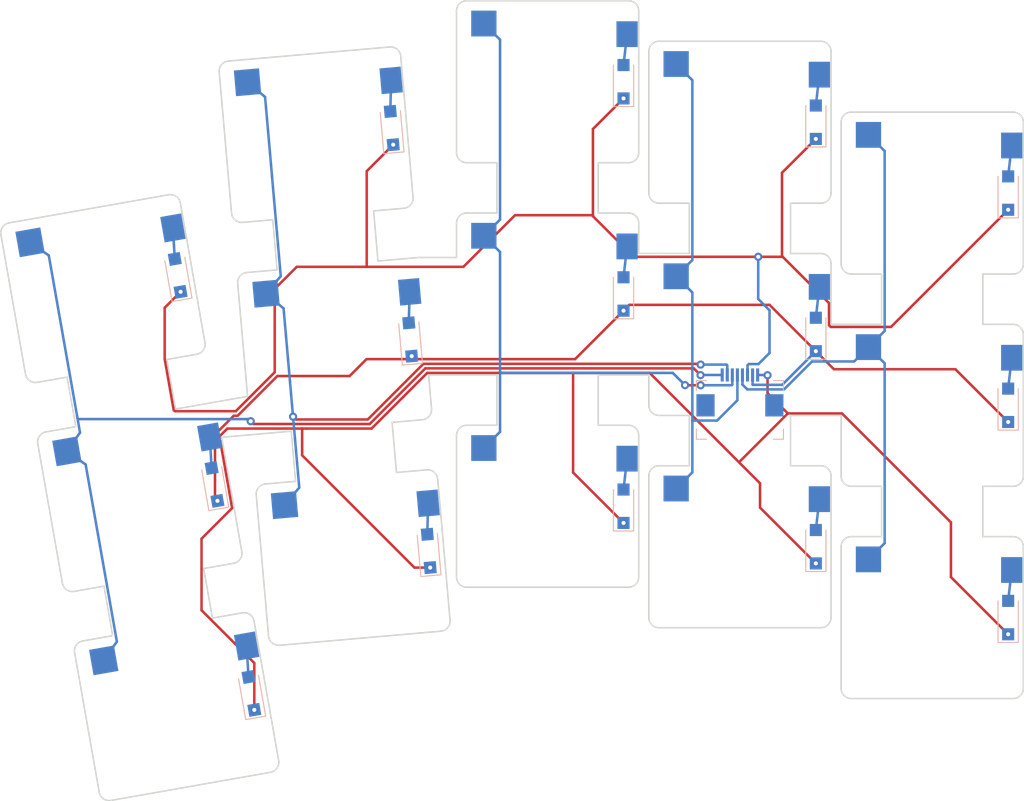
<source format=kicad_pcb>
(kicad_pcb (version 20221018) (generator pcbnew)
  (title_block (title "left") (rev "rev1.0") (company "Nikservik"))
  (layers (0 "F.Cu" signal) (31 "B.Cu" signal) (34 "B.Paste" user) (35 "F.Paste" user) (36 "B.SilkS" user "B.Silkscreen") (37 "F.SilkS" user "F.Silkscreen") (38 "B.Mask" user) (39 "F.Mask" user) (44 "Edge.Cuts" user))
  (net 0 "")
  (net 1 "C1")
  (net 2 "RL2")
  (net 3 "S1_s2d")
  (net 4 "RL1")
  (net 5 "S2_s2d")
  (net 6 "RL3")
  (net 7 "S3_s2d")
  (net 8 "C2")
  (net 9 "S4_s2d")
  (net 10 "S5_s2d")
  (net 11 "S6_s2d")
  (net 12 "C3")
  (net 13 "S7_s2d")
  (net 14 "S8_s2d")
  (net 15 "S9_s2d")
  (net 16 "C4")
  (net 17 "S10_s2d")
  (net 18 "S11_s2d")
  (net 19 "S12_s2d")
  (net 20 "C5")
  (net 21 "S13_s2d")
  (net 22 "S14_s2d")
  (net 23 "S15_s2d")
  (footprint "GateronLowProfileSwitch" (layer "F.Cu") (at 119.249795 85.034956 5)
    (fp_text reference "S4" hide)
    (fp_text value "" hide)
  )
  (footprint "GateronLowProfileSwitch" (layer "F.Cu") (at 121.077451 105.925158 5)
    (fp_text reference "S6" hide)
    (fp_text value "" hide)
  )
  (footprint "GateronLowProfileSwitch" (layer "F.Cu") (at 159.291967 62.91441)
    (fp_text reference "S11" hide)
    (fp_text value "" hide)
  )
  (footprint "GateronLowProfileSwitch" (layer "F.Cu") (at 140.291967 58.91441)
    (fp_text reference "S8" hide)
    (fp_text value "" hide)
  )
  (footprint "GateronLowProfileSwitch" (layer "F.Cu") (at 178.291967 90.88441)
    (fp_text reference "S13" hide)
    (fp_text value "" hide)
  )
  (footprint "GateronLowProfileSwitch" (layer "F.Cu") (at 140.291967 79.88441)
    (fp_text reference "S7" hide)
    (fp_text value "" hide)
  )
  (footprint "GateronLowProfileSwitch" (layer "F.Cu") (at 178.291967 69.91441)
    (fp_text reference "S14" hide)
    (fp_text value "" hide)
  )
  (footprint "GateronLowProfileSwitch" (layer "F.Cu") (at 103.641402 120.651419 10)
    (fp_text reference "S3" hide)
    (fp_text value "" hide)
  )
  (footprint "GateronLowProfileSwitch" (layer "F.Cu") (at 178.291967 111.85441)
    (fp_text reference "S15" hide)
    (fp_text value "" hide)
  )
  (footprint "GateronLowProfileSwitch" (layer "F.Cu") (at 140.291967 100.85441)
    (fp_text reference "S9" hide)
    (fp_text value "" hide)
  )
  (footprint "GateronLowProfileSwitch" (layer "F.Cu") (at 96.358598 79.348581 10)
    (fp_text reference "S2" hide)
    (fp_text value "" hide)
  )
  (footprint "GateronLowProfileSwitch" (layer "F.Cu") (at 159.291967 104.85441)
    (fp_text reference "S12" hide)
    (fp_text value "" hide)
  )
  (footprint "GateronLowProfileSwitch" (layer "F.Cu") (at 100 100 10)
    (fp_text reference "S1" hide)
    (fp_text value "" hide)
  )
  (footprint "GateronLowProfileSwitch" (layer "F.Cu") (at 159.291967 83.88441)
    (fp_text reference "S10" hide)
    (fp_text value "" hide)
  )
  (footprint "GateronLowProfileSwitch" (layer "F.Cu") (at 117.422139 64.144753 5)
    (fp_text reference "S5" hide)
    (fp_text value "" hide)
  )
  (footprint "SmdDiode" (layer "B.Cu") (at 178.291967 69.91441)
    (fp_text reference "")
    (fp_text value "")
  )
  (footprint "SmdDiode" (layer "B.Cu") (at 100 100 10)
    (fp_text reference "")
    (fp_text value "")
  )
  (footprint "SmdDiode" (layer "B.Cu") (at 117.422139 64.144753 5)
    (fp_text reference "")
    (fp_text value "")
  )
  (footprint "SmdDiode" (layer "B.Cu") (at 103.641402 120.651419 10)
    (fp_text reference "")
    (fp_text value "")
  )
  (footprint "SmdDiode" (layer "B.Cu") (at 159.291967 83.88441)
    (fp_text reference "")
    (fp_text value "")
  )
  (footprint "SmdDiode" (layer "B.Cu") (at 159.291967 104.85441)
    (fp_text reference "")
    (fp_text value "")
  )
  (footprint "SmdDiode" (layer "B.Cu") (at 140.291967 58.91441)
    (fp_text reference "")
    (fp_text value "")
  )
  (footprint "SmdDiode" (layer "B.Cu") (at 96.358598 79.348581 10)
    (fp_text reference "")
    (fp_text value "")
  )
  (footprint "SmdDiode" (layer "B.Cu") (at 121.077451 105.925158 5)
    (fp_text reference "")
    (fp_text value "")
  )
  (footprint "SmdDiode" (layer "B.Cu") (at 178.291967 111.85441)
    (fp_text reference "")
    (fp_text value "")
  )
  (footprint "HKWClamshellSocket" (layer "B.Cu") (at 159.291967 90.88441 180)
    (fp_text reference "_6" hide)
    (fp_text value "" hide)
  )
  (footprint "SmdDiode" (layer "B.Cu") (at 140.291967 100.85441)
    (fp_text reference "")
    (fp_text value "")
  )
  (footprint "SmdDiode" (layer "B.Cu") (at 140.291967 79.88441)
    (fp_text reference "")
    (fp_text value "")
  )
  (footprint "SmdDiode" (layer "B.Cu") (at 119.249795 85.034956 5)
    (fp_text reference "")
    (fp_text value "")
  )
  (footprint "SmdDiode" (layer "B.Cu") (at 159.291967 62.91441)
    (fp_text reference "")
    (fp_text value "")
  )
  (footprint "SmdDiode" (layer "B.Cu") (at 178.291967 90.88441)
    (fp_text reference "")
    (fp_text value "")
  )
  (gr_arc (start 187.291967 97.88441) (mid 186.999074 98.591517) (end 186.291967 98.88441) (stroke (width 0.15)) (layer "Edge.Cuts"))
  (gr_line (start 154.291967 96.85441) (end 151.291967 96.85441) (stroke (width 0.15)) (layer "Edge.Cuts"))
  (gr_arc (start 131.291967 51.91441) (mid 131.58486 51.207303) (end 132.291967 50.91441) (stroke (width 0.15)) (layer "Edge.Cuts"))
  (gr_line (start 108.088287 94.04202) (end 114.966067 93.440292) (stroke (width 0.15)) (layer "Edge.Cuts"))
  (gr_line (start 124.928014 92.568734) (end 127.916598 92.307267) (stroke (width 0.15)) (layer "Edge.Cuts"))
  (gr_line (start 173.291967 77.91441) (end 173.291967 82.88441) (stroke (width 0.15)) (layer "Edge.Cuts"))
  (gr_line (start 97.152126 129.919066) (end 112.90905 127.140695) (stroke (width 0.15)) (layer "Edge.Cuts"))
  (gr_arc (start 107.846296 57.955791) (mid 108.076447 57.225848) (end 108.755336 56.872441) (stroke (width 0.15)) (layer "Edge.Cuts"))
  (gr_arc (start 132.291967 66.91441) (mid 131.58486 66.621517) (end 131.291967 65.91441) (stroke (width 0.15)) (layer "Edge.Cuts"))
  (gr_arc (start 148.291967 71.88441) (mid 148.999074 72.177303) (end 149.291967 72.88441) (stroke (width 0.15)) (layer "Edge.Cuts"))
  (gr_arc (start 151.291967 91.88441) (mid 150.58486 91.591517) (end 150.291967 90.88441) (stroke (width 0.15)) (layer "Edge.Cuts"))
  (gr_arc (start 89.921193 94.66918) (mid 90.086848 93.921955) (end 90.732352 93.510723) (stroke (width 0.15)) (layer "Edge.Cuts"))
  (gr_arc (start 186.291967 61.91441) (mid 186.999074 62.207303) (end 187.291967 62.91441) (stroke (width 0.15)) (layer "Edge.Cuts"))
  (gr_line (start 127.518967 76.28041) (end 127.518967 76.288606) (stroke (width 0.15)) (layer "Edge.Cuts"))
  (gr_line (start 164.291967 75.88441) (end 164.291967 70.91441) (stroke (width 0.15)) (layer "Edge.Cuts"))
  (gr_line (start 183.291967 98.88441) (end 186.291967 98.88441) (stroke (width 0.15)) (layer "Edge.Cuts"))
  (gr_arc (start 148.291967 50.91441) (mid 148.999074 51.207303) (end 149.291967 51.91441) (stroke (width 0.15)) (layer "Edge.Cuts"))
  (gr_line (start 168.291967 69.91441) (end 168.291967 55.91441) (stroke (width 0.15)) (layer "Edge.Cuts"))
  (gr_line (start 167.291967 75.88441) (end 164.291967 75.88441) (stroke (width 0.15)) (layer "Edge.Cuts"))
  (gr_arc (start 167.291967 96.85441) (mid 167.999074 97.147303) (end 168.291967 97.85441) (stroke (width 0.15)) (layer "Edge.Cuts"))
  (gr_line (start 150.291967 87.88441) (end 150.291967 90.88441) (stroke (width 0.15)) (layer "Edge.Cuts"))
  (gr_line (start 164.291967 91.88441) (end 169.291967 91.88441) (stroke (width 0.15)) (layer "Edge.Cuts"))
  (gr_line (start 127.518301 76.280996) (end 126.522107 76.368152) (stroke (width 0.15)) (layer "Edge.Cuts"))
  (gr_arc (start 97.152126 129.919066) (mid 96.404901 129.75341) (end 95.99367 129.107906) (stroke (width 0.15)) (layer "Edge.Cuts"))
  (gr_line (start 86.279791 74.017761) (end 88.710865 87.805069) (stroke (width 0.15)) (layer "Edge.Cuts"))
  (gr_line (start 128.533468 87.88441) (end 135.291967 87.88441) (stroke (width 0.15)) (layer "Edge.Cuts"))
  (gr_line (start 145.291967 71.88441) (end 145.291967 66.91441) (stroke (width 0.15)) (layer "Edge.Cuts"))
  (gr_line (start 132.291967 66.91441) (end 135.291967 66.91441) (stroke (width 0.15)) (layer "Edge.Cuts"))
  (gr_line (start 169.291967 91.88441) (end 169.291967 97.88441) (stroke (width 0.15)) (layer "Edge.Cuts"))
  (gr_line (start 183.291967 103.85441) (end 183.291967 98.88441) (stroke (width 0.15)) (layer "Edge.Cuts"))
  (gr_arc (start 167.291967 75.88441) (mid 167.999074 76.177303) (end 168.291967 76.88441) (stroke (width 0.15)) (layer "Edge.Cuts"))
  (gr_line (start 187.291967 97.88441) (end 187.291967 83.88441) (stroke (width 0.15)) (layer "Edge.Cuts"))
  (gr_line (start 131.291967 72.88441) (end 131.291967 76.28041) (stroke (width 0.15)) (layer "Edge.Cuts"))
  (gr_arc (start 186.291967 82.88441) (mid 186.999074 83.177303) (end 187.291967 83.88441) (stroke (width 0.15)) (layer "Edge.Cuts"))
  (gr_line (start 93.562595 115.320598) (end 95.99367 129.107906) (stroke (width 0.15)) (layer "Edge.Cuts"))
  (gr_arc (start 168.291967 111.85441) (mid 167.999074 112.561517) (end 167.291967 112.85441) (stroke (width 0.15)) (layer "Edge.Cuts"))
  (gr_line (start 110.078807 105.330821) (end 108.088287 94.04202) (stroke (width 0.15)) (layer "Edge.Cuts"))
  (gr_arc (start 93.510723 109.267648) (mid 92.763498 109.101992) (end 92.352267 108.456488) (stroke (width 0.15)) (layer "Edge.Cuts"))
  (gr_line (start 92.823744 88.095284) (end 93.686776 92.989779) (stroke (width 0.15)) (layer "Edge.Cuts"))
  (gr_line (start 103.534853 91.253297) (end 102.671822 86.358803) (stroke (width 0.15)) (layer "Edge.Cuts"))
  (gr_line (start 96.465147 108.746703) (end 97.328178 113.641197) (stroke (width 0.15)) (layer "Edge.Cuts"))
  (gr_line (start 128.825637 91.223917) (end 128.533468 87.88441) (stroke (width 0.15)) (layer "Edge.Cuts"))
  (gr_line (start 168.291967 82.88441) (end 173.291967 82.88441) (stroke (width 0.15)) (layer "Edge.Cuts"))
  (gr_arc (start 124.69445 55.477949) (mid 125.424394 55.708099) (end 125.777801 56.386988) (stroke (width 0.15)) (layer "Edge.Cuts"))
  (gr_line (start 168.291967 111.85441) (end 168.291967 97.85441) (stroke (width 0.15)) (layer "Edge.Cuts"))
  (gr_arc (start 106.437405 84.679402) (mid 106.271749 85.426627) (end 105.626245 85.837858) (stroke (width 0.15)) (layer "Edge.Cuts"))
  (gr_arc (start 149.291967 65.91441) (mid 148.999074 66.621517) (end 148.291967 66.91441) (stroke (width 0.15)) (layer "Edge.Cuts"))
  (gr_arc (start 126.997981 70.333714) (mid 126.767831 71.063657) (end 126.088943 71.417064) (stroke (width 0.15)) (layer "Edge.Cuts"))
  (gr_line (start 106.437405 84.679402) (end 104.00633 70.892094) (stroke (width 0.15)) (layer "Edge.Cuts"))
  (gr_line (start 148.291967 50.91441) (end 132.291967 50.91441) (stroke (width 0.15)) (layer "Edge.Cuts"))
  (gr_line (start 89.869321 88.616229) (end 92.823744 88.095284) (stroke (width 0.15)) (layer "Edge.Cuts"))
  (gr_line (start 127.518967 76.288606) (end 127.518301 76.280996) (stroke (width 0.15)) (layer "Edge.Cuts"))
  (gr_arc (start 148.291967 92.85441) (mid 148.999074 93.147303) (end 149.291967 93.85441) (stroke (width 0.15)) (layer "Edge.Cuts"))
  (gr_line (start 107.176256 111.904716) (end 106.313224 107.010221) (stroke (width 0.15)) (layer "Edge.Cuts"))
  (gr_line (start 145.291967 66.91441) (end 148.291967 66.91441) (stroke (width 0.15)) (layer "Edge.Cuts"))
  (gr_arc (start 113.80514 114.591962) (mid 113.075196 114.361812) (end 112.721789 113.682923) (stroke (width 0.15)) (layer "Edge.Cuts"))
  (gr_line (start 173.291967 98.88441) (end 173.291967 103.85441) (stroke (width 0.15)) (layer "Edge.Cuts"))
  (gr_line (start 110.149827 72.811556) (end 113.138411 72.550089) (stroke (width 0.15)) (layer "Edge.Cuts"))
  (gr_line (start 151.291967 112.85441) (end 167.291967 112.85441) (stroke (width 0.15)) (layer "Edge.Cuts"))
  (gr_line (start 132.291967 108.85441) (end 148.291967 108.85441) (stroke (width 0.15)) (layer "Edge.Cuts"))
  (gr_line (start 187.291967 76.91441) (end 187.291967 62.91441) (stroke (width 0.15)) (layer "Edge.Cuts"))
  (gr_line (start 186.291967 61.91441) (end 170.291967 61.91441) (stroke (width 0.15)) (layer "Edge.Cuts"))
  (gr_line (start 169.291967 62.91441) (end 169.291967 76.91441) (stroke (width 0.15)) (layer "Edge.Cuts"))
  (gr_arc (start 132.291967 108.85441) (mid 131.58486 108.561517) (end 131.291967 107.85441) (stroke (width 0.15)) (layer "Edge.Cuts"))
  (gr_line (start 110.649693 89.998759) (end 106.489277 90.732353) (stroke (width 0.15)) (layer "Edge.Cuts"))
  (gr_line (start 106.489277 90.732353) (end 103.534853 91.253297) (stroke (width 0.15)) (layer "Edge.Cuts"))
  (gr_arc (start 170.291967 119.85441) (mid 169.58486 119.561517) (end 169.291967 118.85441) (stroke (width 0.15)) (layer "Edge.Cuts"))
  (gr_line (start 135.291967 66.91441) (end 135.291967 71.88441) (stroke (width 0.15)) (layer "Edge.Cuts"))
  (gr_line (start 151.291967 91.88441) (end 154.291967 91.88441) (stroke (width 0.15)) (layer "Edge.Cuts"))
  (gr_line (start 110.130679 111.383771) (end 107.176256 111.904716) (stroke (width 0.15)) (layer "Edge.Cuts"))
  (gr_arc (start 150.291967 97.85441) (mid 150.58486 97.147303) (end 151.291967 96.85441) (stroke (width 0.15)) (layer "Edge.Cuts"))
  (gr_arc (start 170.291967 77.91441) (mid 169.58486 77.621517) (end 169.291967 76.91441) (stroke (width 0.15)) (layer "Edge.Cuts"))
  (gr_line (start 131.291967 51.91441) (end 131.291967 65.91441) (stroke (width 0.15)) (layer "Edge.Cuts"))
  (gr_line (start 102.671822 86.358803) (end 105.626245 85.837858) (stroke (width 0.15)) (layer "Edge.Cuts"))
  (gr_arc (start 151.291967 112.85441) (mid 150.58486 112.561517) (end 150.291967 111.85441) (stroke (width 0.15)) (layer "Edge.Cuts"))
  (gr_line (start 113.805139 114.591962) (end 129.744254 113.19747) (stroke (width 0.15)) (layer "Edge.Cuts"))
  (gr_line (start 151.291967 75.88441) (end 149.291967 75.88441) (stroke (width 0.15)) (layer "Edge.Cuts"))
  (gr_arc (start 128.349762 97.258355) (mid 129.079706 97.488505) (end 129.433113 98.167394) (stroke (width 0.15)) (layer "Edge.Cuts"))
  (gr_line (start 109.673952 78.845994) (end 110.649693 89.998759) (stroke (width 0.15)) (layer "Edge.Cuts"))
  (gr_line (start 168.291967 82.88441) (end 168.291967 76.88441) (stroke (width 0.15)) (layer "Edge.Cuts"))
  (gr_line (start 148.291967 71.88441) (end 145.291967 71.88441) (stroke (width 0.15)) (layer "Edge.Cuts"))
  (gr_line (start 154.291967 75.88441) (end 151.291967 75.88441) (stroke (width 0.15)) (layer "Edge.Cuts"))
  (gr_arc (start 167.291967 54.91441) (mid 167.999074 55.207303) (end 168.291967 55.91441) (stroke (width 0.15)) (layer "Edge.Cuts"))
  (gr_line (start 102.847874 70.080934) (end 87.09095 72.859305) (stroke (width 0.15)) (layer "Edge.Cuts"))
  (gr_line (start 97.328178 113.641197) (end 94.373755 114.162142) (stroke (width 0.15)) (layer "Edge.Cuts"))
  (gr_arc (start 102.847875 70.080935) (mid 103.595099 70.246591) (end 104.00633 70.892094) (stroke (width 0.15)) (layer "Edge.Cuts"))
  (gr_line (start 124.694451 55.477949) (end 108.755336 56.872441) (stroke (width 0.15)) (layer "Edge.Cuts"))
  (gr_arc (start 170.291967 98.88441) (mid 169.58486 98.591517) (end 169.291967 97.88441) (stroke (width 0.15)) (layer "Edge.Cuts"))
  (gr_arc (start 89.869321 88.616229) (mid 89.122096 88.450573) (end 88.710865 87.805069) (stroke (width 0.15)) (layer "Edge.Cuts"))
  (gr_arc (start 169.291967 62.91441) (mid 169.58486 62.207303) (end 170.291967 61.91441) (stroke (width 0.15)) (layer "Edge.Cuts"))
  (gr_line (start 111.501608 99.736197) (end 112.721789 113.682923) (stroke (width 0.15)) (layer "Edge.Cuts"))
  (gr_line (start 114.966067 93.440292) (end 115.399231 98.39138) (stroke (width 0.15)) (layer "Edge.Cuts"))
  (gr_line (start 93.686776 92.989779) (end 90.732353 93.510723) (stroke (width 0.15)) (layer "Edge.Cuts"))
  (gr_line (start 126.522106 76.368152) (end 123.533522 76.629619) (stroke (width 0.15)) (layer "Edge.Cuts"))
  (gr_line (start 131.291967 76.28041) (end 127.518967 76.28041) (stroke (width 0.15)) (layer "Edge.Cuts"))
  (gr_line (start 183.291967 77.91441) (end 186.291967 77.91441) (stroke (width 0.15)) (layer "Edge.Cuts"))
  (gr_arc (start 109.673952 78.845995) (mid 109.904102 78.116051) (end 110.582991 77.762644) (stroke (width 0.15)) (layer "Edge.Cuts"))
  (gr_arc (start 128.825638 91.223917) (mid 128.595487 91.95386) (end 127.916598 92.307267) (stroke (width 0.15)) (layer "Edge.Cuts"))
  (gr_arc (start 111.501608 99.736198) (mid 111.731758 99.006254) (end 112.410647 98.652847) (stroke (width 0.15)) (layer "Edge.Cuts"))
  (gr_line (start 131.291967 93.85441) (end 131.291967 107.85441) (stroke (width 0.15)) (layer "Edge.Cuts"))
  (gr_arc (start 93.562595 115.320598) (mid 93.728251 114.573373) (end 94.373755 114.162142) (stroke (width 0.15)) (layer "Edge.Cuts"))
  (gr_arc (start 86.27979 74.017761) (mid 86.445446 73.270536) (end 87.09095 72.859305) (stroke (width 0.15)) (layer "Edge.Cuts"))
  (gr_line (start 186.291967 103.85441) (end 183.291967 103.85441) (stroke (width 0.15)) (layer "Edge.Cuts"))
  (gr_arc (start 187.291967 76.91441) (mid 186.999074 77.621517) (end 186.291967 77.91441) (stroke (width 0.15)) (layer "Edge.Cuts"))
  (gr_arc (start 130.653294 112.11412) (mid 130.423143 112.844063) (end 129.744254 113.19747) (stroke (width 0.15)) (layer "Edge.Cuts"))
  (gr_arc (start 131.291967 93.85441) (mid 131.58486 93.147303) (end 132.291967 92.85441) (stroke (width 0.15)) (layer "Edge.Cuts"))
  (gr_line (start 167.291967 54.91441) (end 151.291967 54.91441) (stroke (width 0.15)) (layer "Edge.Cuts"))
  (gr_arc (start 131.291967 72.88441) (mid 131.58486 72.177303) (end 132.291967 71.88441) (stroke (width 0.15)) (layer "Edge.Cuts"))
  (gr_line (start 89.921193 94.669179) (end 92.352268 108.456488) (stroke (width 0.15)) (layer "Edge.Cuts"))
  (gr_line (start 113.571576 77.501177) (end 110.582991 77.762644) (stroke (width 0.15)) (layer "Edge.Cuts"))
  (gr_arc (start 110.149827 72.811557) (mid 109.419884 72.581406) (end 109.066477 71.902517) (stroke (width 0.15)) (layer "Edge.Cuts"))
  (gr_line (start 145.291967 87.88441) (end 150.291967 87.88441) (stroke (width 0.15)) (layer "Edge.Cuts"))
  (gr_line (start 123.533522 76.629619) (end 123.100358 71.678532) (stroke (width 0.15)) (layer "Edge.Cuts"))
  (gr_arc (start 110.130679 111.383771) (mid 110.877904 111.549427) (end 111.289135 112.194931) (stroke (width 0.15)) (layer "Edge.Cuts"))
  (gr_line (start 164.291967 96.85441) (end 164.291967 91.88441) (stroke (width 0.15)) (layer "Edge.Cuts"))
  (gr_line (start 149.291967 107.85441) (end 149.291967 93.85441) (stroke (width 0.15)) (layer "Edge.Cuts"))
  (gr_line (start 106.313224 107.010221) (end 109.267647 106.489277) (stroke (width 0.15)) (layer "Edge.Cuts"))
  (gr_arc (start 113.72021 125.982239) (mid 113.554554 126.729464) (end 112.90905 127.140695) (stroke (width 0.15)) (layer "Edge.Cuts"))
  (gr_line (start 123.100358 71.678532) (end 126.088943 71.417064) (stroke (width 0.15)) (layer "Edge.Cuts"))
  (gr_line (start 128.349763 97.258355) (end 125.361178 97.519822) (stroke (width 0.15)) (layer "Edge.Cuts"))
  (gr_line (start 115.399231 98.39138) (end 112.410647 98.652847) (stroke (width 0.15)) (layer "Edge.Cuts"))
  (gr_line (start 148.291967 92.85441) (end 145.291967 92.85441) (stroke (width 0.15)) (layer "Edge.Cuts"))
  (gr_line (start 125.361178 97.519822) (end 124.928014 92.568734) (stroke (width 0.15)) (layer "Edge.Cuts"))
  (gr_line (start 170.291967 98.88441) (end 173.291967 98.88441) (stroke (width 0.15)) (layer "Edge.Cuts"))
  (gr_line (start 154.291967 70.91441) (end 154.291967 75.88441) (stroke (width 0.15)) (layer "Edge.Cuts"))
  (gr_arc (start 168.291967 69.91441) (mid 167.999074 70.621517) (end 167.291967 70.91441) (stroke (width 0.15)) (layer "Edge.Cuts"))
  (gr_line (start 170.291967 77.91441) (end 173.291967 77.91441) (stroke (width 0.15)) (layer "Edge.Cuts"))
  (gr_line (start 130.653293 112.11412) (end 129.433113 98.167394) (stroke (width 0.15)) (layer "Edge.Cuts"))
  (gr_line (start 186.291967 82.88441) (end 183.291967 82.88441) (stroke (width 0.15)) (layer "Edge.Cuts"))
  (gr_arc (start 151.291967 70.91441) (mid 150.58486 70.621517) (end 150.291967 69.91441) (stroke (width 0.15)) (layer "Edge.Cuts"))
  (gr_line (start 169.291967 104.85441) (end 169.291967 118.85441) (stroke (width 0.15)) (layer "Edge.Cuts"))
  (gr_line (start 170.291967 119.85441) (end 186.291967 119.85441) (stroke (width 0.15)) (layer "Edge.Cuts"))
  (gr_line (start 149.291967 65.91441) (end 149.291967 51.91441) (stroke (width 0.15)) (layer "Edge.Cuts"))
  (gr_line (start 187.291967 118.85441) (end 187.291967 104.85441) (stroke (width 0.15)) (layer "Edge.Cuts"))
  (gr_arc (start 150.291967 55.91441) (mid 150.58486 55.207303) (end 151.291967 54.91441) (stroke (width 0.15)) (layer "Edge.Cuts"))
  (gr_line (start 135.291967 87.88441) (end 135.291967 92.85441) (stroke (width 0.15)) (layer "Edge.Cuts"))
  (gr_line (start 126.997982 70.333714) (end 125.777801 56.386988) (stroke (width 0.15)) (layer "Edge.Cuts"))
  (gr_arc (start 110.078807 105.33082) (mid 109.913152 106.078045) (end 109.267648 106.489277) (stroke (width 0.15)) (layer "Edge.Cuts"))
  (gr_line (start 93.510723 109.267647) (end 96.465147 108.746703) (stroke (width 0.15)) (layer "Edge.Cuts"))
  (gr_line (start 135.291967 71.88441) (end 132.291967 71.88441) (stroke (width 0.15)) (layer "Edge.Cuts"))
  (gr_line (start 150.291967 97.85441) (end 150.291967 111.85441) (stroke (width 0.15)) (layer "Edge.Cuts"))
  (gr_line (start 135.291967 92.85441) (end 132.291967 92.85441) (stroke (width 0.15)) (layer "Edge.Cuts"))
  (gr_line (start 113.720209 125.982239) (end 111.289135 112.194931) (stroke (width 0.15)) (layer "Edge.Cuts"))
  (gr_arc (start 169.291967 104.85441) (mid 169.58486 104.147303) (end 170.291967 103.85441) (stroke (width 0.15)) (layer "Edge.Cuts"))
  (gr_line (start 113.138411 72.550089) (end 113.571576 77.501177) (stroke (width 0.15)) (layer "Edge.Cuts"))
  (gr_arc (start 149.291967 107.85441) (mid 148.999074 108.561517) (end 148.291967 108.85441) (stroke (width 0.15)) (layer "Edge.Cuts"))
  (gr_line (start 173.291967 103.85441) (end 170.291967 103.85441) (stroke (width 0.15)) (layer "Edge.Cuts"))
  (gr_line (start 167.291967 96.85441) (end 164.291967 96.85441) (stroke (width 0.15)) (layer "Edge.Cuts"))
  (gr_arc (start 187.291967 118.85441) (mid 186.999074 119.561517) (end 186.291967 119.85441) (stroke (width 0.15)) (layer "Edge.Cuts"))
  (gr_line (start 145.291967 92.85441) (end 145.291967 87.88441) (stroke (width 0.15)) (layer "Edge.Cuts"))
  (gr_line (start 150.291967 55.91441) (end 150.291967 69.91441) (stroke (width 0.15)) (layer "Edge.Cuts"))
  (gr_line (start 107.846297 57.955792) (end 109.066477 71.902517) (stroke (width 0.15)) (layer "Edge.Cuts"))
  (gr_line (start 164.291967 70.91441) (end 167.291967 70.91441) (stroke (width 0.15)) (layer "Edge.Cuts"))
  (gr_arc (start 186.291967 103.85441) (mid 186.999074 104.147303) (end 187.291967 104.85441) (stroke (width 0.15)) (layer "Edge.Cuts"))
  (gr_line (start 151.291967 70.91441) (end 154.291967 70.91441) (stroke (width 0.15)) (layer "Edge.Cuts"))
  (gr_line (start 149.291967 75.88441) (end 149.291967 72.88441) (stroke (width 0.15)) (layer "Edge.Cuts"))
  (gr_line (start 183.291967 82.88441) (end 183.291967 77.91441) (stroke (width 0.15)) (layer "Edge.Cuts"))
  (gr_line (start 154.291967 91.88441) (end 154.291967 96.85441) (stroke (width 0.15)) (layer "Edge.Cuts"))
  (segment (start 111.2345 92.73) (end 110.96 92.4555) (width 0.25) (layer "F.Cu") (net 1))
  (segment (start 155.4 87.9) (end 154.73441 87.23441) (width 0.25) (layer "F.Cu") (net 1))
  (segment (start 154.73441 87.23441) (end 128.209194 87.23441) (width 0.25) (layer "F.Cu") (net 1))
  (segment (start 122.713604 92.73) (end 111.2345 92.73) (width 0.25) (layer "F.Cu") (net 1))
  (segment (start 128.209194 87.23441) (end 122.713604 92.73) (width 0.25) (layer "F.Cu") (net 1))
  (via (at 155.4 87.9) (size 0.8) (drill 0.4) (layers "F.Cu" "B.Cu") (net 1))
  (via (at 110.96 92.4555) (size 0.8) (drill 0.4) (layers "F.Cu" "B.Cu") (net 1))
  (segment (start 97.736492 114.229228) (end 96.438636 116.082758) (width 0.25) (layer "B.Cu") (net 1))
  (segment (start 94.650764 96.729194) (end 97.736492 114.229228) (width 0.25) (layer "B.Cu") (net 1))
  (segment (start 93.905687 92.245305) (end 93.850382 92.19) (width 0.25) (layer "B.Cu") (net 1))
  (segment (start 93.850382 92.19) (end 91.009361 76.077776) (width 0.25) (layer "B.Cu") (net 1))
  (segment (start 92.797234 95.431339) (end 94.09509 93.57781) (width 0.25) (layer "B.Cu") (net 1))
  (segment (start 110.96 92.4555) (end 110.749805 92.245305) (width 0.25) (layer "B.Cu") (net 1))
  (segment (start 157.541967 87.88441) (end 155.41559 87.88441) (width 0.25) (layer "B.Cu") (net 1))
  (segment (start 155.41559 87.88441) (end 155.4 87.9) (width 0.25) (layer "B.Cu") (net 1))
  (segment (start 94.09509 93.57781) (end 93.850382 92.19) (width 0.25) (layer "B.Cu") (net 1))
  (segment (start 92.797234 95.431339) (end 94.650764 96.729194) (width 0.25) (layer "B.Cu") (net 1))
  (segment (start 91.009361 76.077776) (end 89.155832 74.77992) (width 0.25) (layer "B.Cu") (net 1))
  (segment (start 110.749805 92.245305) (end 93.905687 92.245305) (width 0.25) (layer "B.Cu") (net 1))
  (segment (start 180.577557 87.32) (end 185.791967 92.53441) (width 0.25) (layer "F.Cu") (net 2))
  (segment (start 143.006377 86.32) (end 147.791967 81.53441) (width 0.25) (layer "F.Cu") (net 2))
  (segment (start 147.791967 81.53441) (end 148.366967 80.95941) (width 0.25) (layer "F.Cu") (net 2))
  (segment (start 107.672578 100.322572) (end 107.431828 100.081822) (width 0.25) (layer "F.Cu") (net 2))
  (segment (start 120.73 87.99) (end 122.4 86.32) (width 0.25) (layer "F.Cu") (net 2))
  (segment (start 109.280376 91.914645) (end 109.669093 91.914645) (width 0.25) (layer "F.Cu") (net 2))
  (segment (start 168.577557 87.32) (end 180.577557 87.32) (width 0.25) (layer "F.Cu") (net 2))
  (segment (start 162.216967 80.95941) (end 166.791967 85.53441) (width 0.25) (layer "F.Cu") (net 2))
  (segment (start 107.431828 93.763193) (end 109.280376 91.914645) (width 0.25) (layer "F.Cu") (net 2))
  (segment (start 122.4 86.32) (end 126.570071 86.32) (width 0.25) (layer "F.Cu") (net 2))
  (segment (start 113.593738 87.99) (end 120.73 87.99) (width 0.25) (layer "F.Cu") (net 2))
  (segment (start 126.865062 86.025009) (end 127.160053 86.32) (width 0.25) (layer "F.Cu") (net 2))
  (segment (start 107.431828 100.081822) (end 107.431828 93.763193) (width 0.25) (layer "F.Cu") (net 2))
  (segment (start 148.366967 80.95941) (end 162.216967 80.95941) (width 0.25) (layer "F.Cu") (net 2))
  (segment (start 109.669093 91.914645) (end 113.593738 87.99) (width 0.25) (layer "F.Cu") (net 2))
  (segment (start 126.570071 86.32) (end 126.865062 86.025009) (width 0.25) (layer "F.Cu") (net 2))
  (segment (start 127.160053 86.32) (end 143.006377 86.32) (width 0.25) (layer "F.Cu") (net 2))
  (segment (start 166.791967 85.53441) (end 168.577557 87.32) (width 0.25) (layer "F.Cu") (net 2))
  (via (at 147.791967 81.53441) (size 0.8) (drill 0.4) (layers "F.Cu" "B.Cu") (net 2))
  (via (at 185.791967 92.53441) (size 0.8) (drill 0.4) (layers "F.Cu" "B.Cu") (net 2))
  (via (at 126.865062 86.025009) (size 0.8) (drill 0.4) (layers "F.Cu" "B.Cu") (net 2))
  (via (at 166.791967 85.53441) (size 0.8) (drill 0.4) (layers "F.Cu" "B.Cu") (net 2))
  (via (at 107.672578 100.322572) (size 0.8) (drill 0.4) (layers "F.Cu" "B.Cu") (net 2))
  (segment (start 163.466967 88.85941) (end 160.566967 88.85941) (width 0.25) (layer "B.Cu") (net 2))
  (segment (start 166.791967 85.53441) (end 163.466967 88.85941) (width 0.25) (layer "B.Cu") (net 2))
  (segment (start 160.566967 88.85941) (end 160.541967 88.83441) (width 0.25) (layer "B.Cu") (net 2))
  (segment (start 160.541967 88.83441) (end 160.541967 87.88441) (width 0.25) (layer "B.Cu") (net 2))
  (segment (start 106.914594 94.008265) (end 107.099539 97.072706) (width 0.25) (layer "B.Cu") (net 3))
  (segment (start 122.42 67.752212) (end 122.42 77.2) (width 0.25) (layer "F.Cu") (net 4))
  (segment (start 174.216377 83.14) (end 185.791967 71.56441) (width 0.25) (layer "F.Cu") (net 4))
  (segment (start 103.487999 91.464645) (end 109.482697 91.464645) (width 0.25) (layer "F.Cu") (net 4))
  (segment (start 168.264714 83.14) (end 174.216377 83.14) (width 0.25) (layer "F.Cu") (net 4))
  (segment (start 163.45 67.906377) (end 163.45 76.21) (width 0.25) (layer "F.Cu") (net 4))
  (segment (start 122.42 77.2) (end 131.974727 77.2) (width 0.25) (layer "F.Cu") (net 4))
  (segment (start 163.45 76.21) (end 163.52 76.21) (width 0.25) (layer "F.Cu") (net 4))
  (segment (start 102.460474 86.311949) (end 103.352277 91.369611) (width 0.25) (layer "F.Cu") (net 4))
  (segment (start 166.791967 64.56441) (end 163.45 67.906377) (width 0.25) (layer "F.Cu") (net 4))
  (segment (start 102.460474 81.241854) (end 102.460474 86.311949) (width 0.25) (layer "F.Cu") (net 4))
  (segment (start 144.77 72.2) (end 148.78 76.21) (width 0.25) (layer "F.Cu") (net 4))
  (segment (start 144.77 63.586377) (end 144.77 72.1) (width 0.25) (layer "F.Cu") (net 4))
  (segment (start 103.352277 91.369611) (end 103.487999 91.464645) (width 0.25) (layer "F.Cu") (net 4))
  (segment (start 109.482697 91.464645) (end 113.33 87.617342) (width 0.25) (layer "F.Cu") (net 4))
  (segment (start 137.074727 72.1) (end 144.77 72.1) (width 0.25) (layer "F.Cu") (net 4))
  (segment (start 161.1 76.21) (end 163.45 76.21) (width 0.25) (layer "F.Cu") (net 4))
  (segment (start 113.33 87.617342) (end 113.33 79.38) (width 0.25) (layer "F.Cu") (net 4))
  (segment (start 148.78 76.21) (end 161.1 76.21) (width 0.25) (layer "F.Cu") (net 4))
  (segment (start 147.791967 60.56441) (end 144.77 63.586377) (width 0.25) (layer "F.Cu") (net 4))
  (segment (start 131.974727 77.2) (end 137.074727 72.1) (width 0.25) (layer "F.Cu") (net 4))
  (segment (start 168.091967 80.781967) (end 168.091967 82.967253) (width 0.25) (layer "F.Cu") (net 4))
  (segment (start 125.037406 65.134806) (end 122.42 67.752212) (width 0.25) (layer "F.Cu") (net 4))
  (segment (start 144.77 72.1) (end 144.77 72.2) (width 0.25) (layer "F.Cu") (net 4))
  (segment (start 104.031175 79.671153) (end 102.460474 81.241854) (width 0.25) (layer "F.Cu") (net 4))
  (segment (start 113.33 79.38) (end 115.51 77.2) (width 0.25) (layer "F.Cu") (net 4))
  (segment (start 163.52 76.21) (end 168.091967 80.781967) (width 0.25) (layer "F.Cu") (net 4))
  (segment (start 168.091967 82.967253) (end 168.264714 83.14) (width 0.25) (layer "F.Cu") (net 4))
  (segment (start 115.51 77.2) (end 122.42 77.2) (width 0.25) (layer "F.Cu") (net 4))
  (via (at 147.791967 60.56441) (size 0.8) (drill 0.4) (layers "F.Cu" "B.Cu") (net 4))
  (via (at 161.1 76.21) (size 0.8) (drill 0.4) (layers "F.Cu" "B.Cu") (net 4))
  (via (at 185.791967 71.56441) (size 0.8) (drill 0.4) (layers "F.Cu" "B.Cu") (net 4))
  (via (at 104.031175 79.671153) (size 0.8) (drill 0.4) (layers "F.Cu" "B.Cu") (net 4))
  (via (at 166.791967 64.56441) (size 0.8) (drill 0.4) (layers "F.Cu" "B.Cu") (net 4))
  (via (at 125.037406 65.134806) (size 0.8) (drill 0.4) (layers "F.Cu" "B.Cu") (net 4))
  (segment (start 162.216967 81.496967) (end 161.1 80.38) (width 0.25) (layer "B.Cu") (net 4))
  (segment (start 161.1 80.38) (end 161.1 76.21) (width 0.25) (layer "B.Cu") (net 4))
  (segment (start 161.12059 86.80941) (end 162.216967 85.713033) (width 0.25) (layer "B.Cu") (net 4))
  (segment (start 162.216967 85.713033) (end 162.216967 81.496967) (width 0.25) (layer "B.Cu") (net 4))
  (segment (start 160.041967 87.88441) (end 160.041967 86.93441) (width 0.25) (layer "B.Cu") (net 4))
  (segment (start 160.166967 86.80941) (end 161.12059 86.80941) (width 0.25) (layer "B.Cu") (net 4))
  (segment (start 160.041967 86.93441) (end 160.166967 86.80941) (width 0.25) (layer "B.Cu") (net 4))
  (segment (start 103.273192 73.356847) (end 103.458136 76.421287) (width 0.25) (layer "B.Cu") (net 5))
  (segment (start 142.81 97.522443) (end 142.81 87.70441) (width 0.25) (layer "F.Cu") (net 6))
  (segment (start 162.02 87.91) (end 162.02 89.67882) (width 0.25) (layer "F.Cu") (net 6))
  (segment (start 185.791967 113.50441) (end 180.14 107.852443) (width 0.25) (layer "F.Cu") (net 6))
  (segment (start 108.651417 93.18) (end 116.04 93.18) (width 0.25) (layer "F.Cu") (net 6))
  (segment (start 128.39559 87.68441) (end 142.79 87.68441) (width 0.25) (layer "F.Cu") (net 6))
  (segment (start 161.28 98.5896) (end 161.28 100.992443) (width 0.25) (layer "F.Cu") (net 6))
  (segment (start 169.37481 91.68441) (end 164.02559 91.68441) (width 0.25) (layer "F.Cu") (net 6))
  (segment (start 162.02 89.67882) (end 164.02559 91.68441) (width 0.25) (layer "F.Cu") (net 6))
  (segment (start 122.9 93.18) (end 128.39559 87.68441) (width 0.25) (layer "F.Cu") (net 6))
  (segment (start 164.02559 91.68441) (end 159.2002 96.5098) (width 0.25) (layer "F.Cu") (net 6))
  (segment (start 142.79 87.68441) (end 150.37481 87.68441) (width 0.25) (layer "F.Cu") (net 6))
  (segment (start 159.2002 96.5098) (end 161.28 98.5896) (width 0.25) (layer "F.Cu") (net 6))
  (segment (start 180.14 107.852443) (end 180.14 102.4496) (width 0.25) (layer "F.Cu") (net 6))
  (segment (start 161.28 100.992443) (end 166.791967 106.50441) (width 0.25) (layer "F.Cu") (net 6))
  (segment (start 109.119264 101.040736) (end 107.949239 94.405199) (width 0.25) (layer "F.Cu") (net 6))
  (segment (start 128.692718 106.915212) (end 127.129418 106.915212) (width 0.25) (layer "F.Cu") (net 6))
  (segment (start 116.48 93.18) (end 122.9 93.18) (width 0.25) (layer "F.Cu") (net 6))
  (segment (start 111.31398 116.34133) (end 106.101876 111.129226) (width 0.25) (layer "F.Cu") (net 6))
  (segment (start 107.881828 94.337788) (end 107.881828 93.949589) (width 0.25) (layer "F.Cu") (net 6))
  (segment (start 147.791967 102.50441) (end 142.81 97.522443) (width 0.25) (layer "F.Cu") (net 6))
  (segment (start 106.101876 111.129226) (end 106.101876 104.058124) (width 0.25) (layer "F.Cu") (net 6))
  (segment (start 111.31398 120.97399) (end 111.31398 116.34133) (width 0.25) (layer "F.Cu") (net 6))
  (segment (start 150.37481 87.68441) (end 159.2002 96.5098) (width 0.25) (layer "F.Cu") (net 6))
  (segment (start 107.949239 94.405199) (end 107.881828 94.337788) (width 0.25) (layer "F.Cu") (net 6))
  (segment (start 116.04 95.825794) (end 116.04 93.18) (width 0.25) (layer "F.Cu") (net 6))
  (segment (start 107.881828 93.949589) (end 108.651417 93.18) (width 0.25) (layer "F.Cu") (net 6))
  (segment (start 142.81 87.70441) (end 142.79 87.68441) (width 0.25) (layer "F.Cu") (net 6))
  (segment (start 106.101876 104.058124) (end 109.119264 101.040736) (width 0.25) (layer "F.Cu") (net 6))
  (segment (start 116.04 93.18) (end 116.48 93.18) (width 0.25) (layer "F.Cu") (net 6))
  (segment (start 127.129418 106.915212) (end 116.04 95.825794) (width 0.25) (layer "F.Cu") (net 6))
  (segment (start 180.14 102.4496) (end 169.37481 91.68441) (width 0.25) (layer "F.Cu") (net 6))
  (via (at 128.692718 106.915212) (size 0.8) (drill 0.4) (layers "F.Cu" "B.Cu") (net 6))
  (via (at 162.02 87.91) (size 0.8) (drill 0.4) (layers "F.Cu" "B.Cu") (net 6))
  (via (at 166.791967 106.50441) (size 0.8) (drill 0.4) (layers "F.Cu" "B.Cu") (net 6))
  (via (at 111.31398 120.97399) (size 0.8) (drill 0.4) (layers "F.Cu" "B.Cu") (net 6))
  (via (at 185.791967 113.50441) (size 0.8) (drill 0.4) (layers "F.Cu" "B.Cu") (net 6))
  (via (at 147.791967 102.50441) (size 0.8) (drill 0.4) (layers "F.Cu" "B.Cu") (net 6))
  (segment (start 161.99441 87.88441) (end 162.02 87.91) (width 0.25) (layer "B.Cu") (net 6))
  (segment (start 161.041967 87.88441) (end 161.99441 87.88441) (width 0.25) (layer "B.Cu") (net 6))
  (segment (start 110.555997 114.659684) (end 110.740941 117.724124) (width 0.25) (layer "B.Cu") (net 7))
  (segment (start 115.418329 92.28) (end 115.143829 92.0055) (width 0.25) (layer "F.Cu") (net 8))
  (segment (start 128.022798 86.78441) (end 122.527208 92.28) (width 0.25) (layer "F.Cu") (net 8))
  (segment (start 155.41 86.86) (end 155.33441 86.78441) (width 0.25) (layer "F.Cu") (net 8))
  (segment (start 122.527208 92.28) (end 115.418329 92.28) (width 0.25) (layer "F.Cu") (net 8))
  (segment (start 155.33441 86.78441) (end 128.022798 86.78441) (width 0.25) (layer "F.Cu") (net 8))
  (via (at 115.143829 92.0055) (size 0.8) (drill 0.4) (layers "F.Cu" "B.Cu") (net 8))
  (via (at 155.41 86.86) (size 0.8) (drill 0.4) (layers "F.Cu" "B.Cu") (net 8))
  (segment (start 158.041967 87.88441) (end 158.041967 86.93441) (width 0.25) (layer "B.Cu") (net 8))
  (segment (start 158.041967 86.93441) (end 157.967557 86.86) (width 0.25) (layer "B.Cu") (net 8))
  (segment (start 112.472623 79.855917) (end 114.205984 81.31038) (width 0.25) (layer "B.Cu") (net 8))
  (segment (start 112.472623 79.855917) (end 113.927085 78.122557) (width 0.25) (layer "B.Cu") (net 8))
  (segment (start 114.205984 81.31038) (end 115.754741 99.012759) (width 0.25) (layer "B.Cu") (net 8))
  (segment (start 113.927085 78.122557) (end 112.378328 60.420177) (width 0.25) (layer "B.Cu") (net 8))
  (segment (start 157.967557 86.86) (end 155.41 86.86) (width 0.25) (layer "B.Cu") (net 8))
  (segment (start 115.754741 99.012759) (end 114.300279 100.74612) (width 0.25) (layer "B.Cu") (net 8))
  (segment (start 112.378328 60.420177) (end 110.644967 58.965714) (width 0.25) (layer "B.Cu") (net 8))
  (segment (start 126.660291 79.668668) (end 126.577448 82.737566) (width 0.25) (layer "B.Cu") (net 9))
  (segment (start 124.832635 58.778465) (end 124.749792 61.847363) (width 0.25) (layer "B.Cu") (net 10))
  (segment (start 128.487947 100.558871) (end 128.405104 103.627769) (width 0.25) (layer "B.Cu") (net 11))
  (segment (start 153.876914 88.899447) (end 153.867467 88.89) (width 0.25) (layer "F.Cu") (net 12))
  (segment (start 155.41052 88.899447) (end 153.876914 88.899447) (width 0.25) (layer "F.Cu") (net 12))
  (via (at 155.41052 88.899447) (size 0.8) (drill 0.4) (layers "F.Cu" "B.Cu") (net 12))
  (via (at 153.867467 88.89) (size 0.8) (drill 0.4) (layers "F.Cu" "B.Cu") (net 12))
  (segment (start 135.726377 87.68441) (end 135.591967 87.55) (width 0.25) (layer "B.Cu") (net 12))
  (segment (start 153.867467 88.89) (end 152.661877 87.68441) (width 0.25) (layer "B.Cu") (net 12))
  (segment (start 135.591967 93.50441) (end 133.991967 95.10441) (width 0.25) (layer "B.Cu") (net 12))
  (segment (start 152.661877 87.68441) (end 135.726377 87.68441) (width 0.25) (layer "B.Cu") (net 12))
  (segment (start 135.591967 54.76441) (end 133.991967 53.16441) (width 0.25) (layer "B.Cu") (net 12))
  (segment (start 133.991967 74.13441) (end 135.591967 75.73441) (width 0.25) (layer "B.Cu") (net 12))
  (segment (start 135.591967 87.55) (end 135.591967 93.50441) (width 0.25) (layer "B.Cu") (net 12))
  (segment (start 135.591967 75.73441) (end 135.591967 87.55) (width 0.25) (layer "B.Cu") (net 12))
  (segment (start 158.541967 88.83441) (end 158.47693 88.899447) (width 0.25) (layer "B.Cu") (net 12))
  (segment (start 133.991967 74.13441) (end 135.591967 72.53441) (width 0.25) (layer "B.Cu") (net 12))
  (segment (start 158.541967 87.88441) (end 158.541967 88.83441) (width 0.25) (layer "B.Cu") (net 12))
  (segment (start 158.47693 88.899447) (end 155.41052 88.899447) (width 0.25) (layer "B.Cu") (net 12))
  (segment (start 135.591967 72.53441) (end 135.591967 54.76441) (width 0.25) (layer "B.Cu") (net 12))
  (segment (start 148.141967 75.18441) (end 147.791967 78.23441) (width 0.25) (layer "B.Cu") (net 13))
  (segment (start 148.141967 54.21441) (end 147.791967 57.26441) (width 0.25) (layer "B.Cu") (net 14))
  (segment (start 148.141967 96.15441) (end 147.791967 99.20441) (width 0.25) (layer "B.Cu") (net 15))
  (segment (start 154.591967 97.50441) (end 152.991967 99.10441) (width 0.25) (layer "B.Cu") (net 16))
  (segment (start 159.041967 87.88441) (end 159.041967 90.38441) (width 0.25) (layer "B.Cu") (net 16))
  (segment (start 152.991967 78.13441) (end 154.591967 79.73441) (width 0.25) (layer "B.Cu") (net 16))
  (segment (start 159.041967 90.38441) (end 157.036377 92.39) (width 0.25) (layer "B.Cu") (net 16))
  (segment (start 152.991967 78.13441) (end 154.591967 76.53441) (width 0.25) (layer "B.Cu") (net 16))
  (segment (start 154.591967 79.73441) (end 154.591967 92.39) (width 0.25) (layer "B.Cu") (net 16))
  (segment (start 157.036377 92.39) (end 154.591967 92.39) (width 0.25) (layer "B.Cu") (net 16))
  (segment (start 154.591967 92.39) (end 154.591967 97.50441) (width 0.25) (layer "B.Cu") (net 16))
  (segment (start 154.591967 58.76441) (end 152.991967 57.16441) (width 0.25) (layer "B.Cu") (net 16))
  (segment (start 154.591967 76.53441) (end 154.591967 58.76441) (width 0.25) (layer "B.Cu") (net 16))
  (segment (start 167.141967 79.18441) (end 166.791967 82.23441) (width 0.25) (layer "B.Cu") (net 17))
  (segment (start 167.141967 58.21441) (end 166.791967 61.26441) (width 0.25) (layer "B.Cu") (net 18))
  (segment (start 167.141967 100.15441) (end 166.791967 103.20441) (width 0.25) (layer "B.Cu") (net 19))
  (segment (start 159.541967 88.83441) (end 160.016967 89.30941) (width 0.25) (layer "B.Cu") (net 20))
  (segment (start 173.591967 104.50441) (end 171.991967 106.10441) (width 0.25) (layer "B.Cu") (net 20))
  (segment (start 173.591967 65.76441) (end 171.991967 64.16441) (width 0.25) (layer "B.Cu") (net 20))
  (segment (start 171.991967 85.13441) (end 173.591967 83.53441) (width 0.25) (layer "B.Cu") (net 20))
  (segment (start 166.412773 86.55) (end 170.576377 86.55) (width 0.25) (layer "B.Cu") (net 20))
  (segment (start 159.541967 87.88441) (end 159.541967 88.83441) (width 0.25) (layer "B.Cu") (net 20))
  (segment (start 173.591967 83.53441) (end 173.591967 65.76441) (width 0.25) (layer "B.Cu") (net 20))
  (segment (start 170.576377 86.55) (end 171.991967 85.13441) (width 0.25) (layer "B.Cu") (net 20))
  (segment (start 171.991967 85.13441) (end 173.591967 86.73441) (width 0.25) (layer "B.Cu") (net 20))
  (segment (start 160.016967 89.30941) (end 163.653363 89.30941) (width 0.25) (layer "B.Cu") (net 20))
  (segment (start 173.591967 86.73441) (end 173.591967 104.50441) (width 0.25) (layer "B.Cu") (net 20))
  (segment (start 163.653363 89.30941) (end 166.412773 86.55) (width 0.25) (layer "B.Cu") (net 20))
  (segment (start 186.141967 86.18441) (end 185.791967 89.23441) (width 0.25) (layer "B.Cu") (net 21))
  (segment (start 186.141967 65.21441) (end 185.791967 68.26441) (width 0.25) (layer "B.Cu") (net 22))
  (segment (start 186.141967 107.15441) (end 185.791967 110.20441) (width 0.25) (layer "B.Cu") (net 23))
)
</source>
